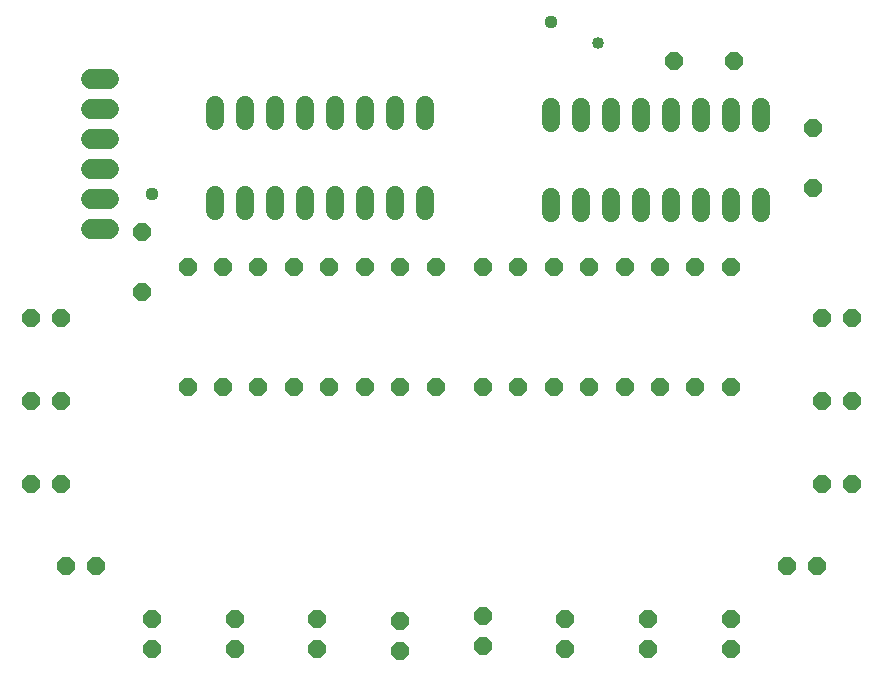
<source format=gbr>
G04 EAGLE Gerber RS-274X export*
G75*
%MOMM*%
%FSLAX34Y34*%
%LPD*%
%INSoldermask Bottom*%
%IPPOS*%
%AMOC8*
5,1,8,0,0,1.08239X$1,22.5*%
G01*
%ADD10C,1.524000*%
%ADD11C,1.727200*%
%ADD12P,1.649562X8X292.500000*%
%ADD13P,1.649562X8X22.500000*%
%ADD14P,1.649562X8X202.500000*%
%ADD15C,1.109600*%
%ADD16C,1.016000*%


D10*
X213600Y417836D02*
X213600Y431044D01*
X239000Y431044D02*
X239000Y417836D01*
X366000Y417836D02*
X366000Y431044D01*
X391400Y431044D02*
X391400Y417836D01*
X264400Y417836D02*
X264400Y431044D01*
X289800Y431044D02*
X289800Y417836D01*
X340600Y417836D02*
X340600Y431044D01*
X315200Y431044D02*
X315200Y417836D01*
X391400Y494036D02*
X391400Y507244D01*
X366000Y507244D02*
X366000Y494036D01*
X340600Y494036D02*
X340600Y507244D01*
X315200Y507244D02*
X315200Y494036D01*
X289800Y494036D02*
X289800Y507244D01*
X264400Y507244D02*
X264400Y494036D01*
X239000Y494036D02*
X239000Y507244D01*
X213600Y507244D02*
X213600Y494036D01*
D11*
X123320Y402900D02*
X108080Y402900D01*
X108080Y428300D02*
X123320Y428300D01*
X123320Y453700D02*
X108080Y453700D01*
X108080Y479100D02*
X123320Y479100D01*
X123320Y504500D02*
X108080Y504500D01*
X108080Y529900D02*
X123320Y529900D01*
D12*
X151850Y399680D03*
X151850Y348880D03*
X720000Y487900D03*
X720000Y437100D03*
D13*
X602220Y545080D03*
X653020Y545080D03*
D12*
X190000Y370800D03*
X190000Y269200D03*
D14*
X82700Y327000D03*
X57300Y327000D03*
D12*
X220000Y370800D03*
X220000Y269200D03*
X250000Y370800D03*
X250000Y269200D03*
X280000Y370800D03*
X280000Y269200D03*
X310000Y370800D03*
X310000Y269200D03*
X340000Y370800D03*
X340000Y269200D03*
X370000Y370800D03*
X370000Y269200D03*
X400000Y370800D03*
X400000Y269200D03*
D14*
X82700Y257000D03*
X57300Y257000D03*
X82700Y187000D03*
X57300Y187000D03*
X112700Y117000D03*
X87300Y117000D03*
D12*
X160000Y72700D03*
X160000Y47300D03*
X230000Y72700D03*
X230000Y47300D03*
X300000Y72700D03*
X300000Y47300D03*
D10*
X498100Y416396D02*
X498100Y429604D01*
X523500Y429604D02*
X523500Y416396D01*
X650500Y416396D02*
X650500Y429604D01*
X675900Y429604D02*
X675900Y416396D01*
X548900Y416396D02*
X548900Y429604D01*
X574300Y429604D02*
X574300Y416396D01*
X625100Y416396D02*
X625100Y429604D01*
X599700Y429604D02*
X599700Y416396D01*
X675900Y492596D02*
X675900Y505804D01*
X650500Y505804D02*
X650500Y492596D01*
X625100Y492596D02*
X625100Y505804D01*
X599700Y505804D02*
X599700Y492596D01*
X574300Y492596D02*
X574300Y505804D01*
X548900Y505804D02*
X548900Y492596D01*
X523500Y492596D02*
X523500Y505804D01*
X498100Y505804D02*
X498100Y492596D01*
D12*
X440000Y370800D03*
X440000Y269200D03*
X370000Y70600D03*
X370000Y45200D03*
X470000Y370800D03*
X470000Y269200D03*
X500000Y370800D03*
X500000Y269200D03*
X530000Y370800D03*
X530000Y269200D03*
X560000Y370800D03*
X560000Y269200D03*
X590000Y370800D03*
X590000Y269200D03*
X620000Y370800D03*
X620000Y269200D03*
X650000Y370800D03*
X650000Y269200D03*
X440000Y74600D03*
X440000Y49200D03*
X510000Y72700D03*
X510000Y47300D03*
X580000Y72700D03*
X580000Y47300D03*
X650000Y72700D03*
X650000Y47300D03*
D13*
X697300Y117000D03*
X722700Y117000D03*
X727300Y187000D03*
X752700Y187000D03*
X727300Y257000D03*
X752700Y257000D03*
X727300Y327000D03*
X752700Y327000D03*
D15*
X160000Y432500D03*
D16*
X537500Y560000D03*
D15*
X497500Y577500D03*
M02*

</source>
